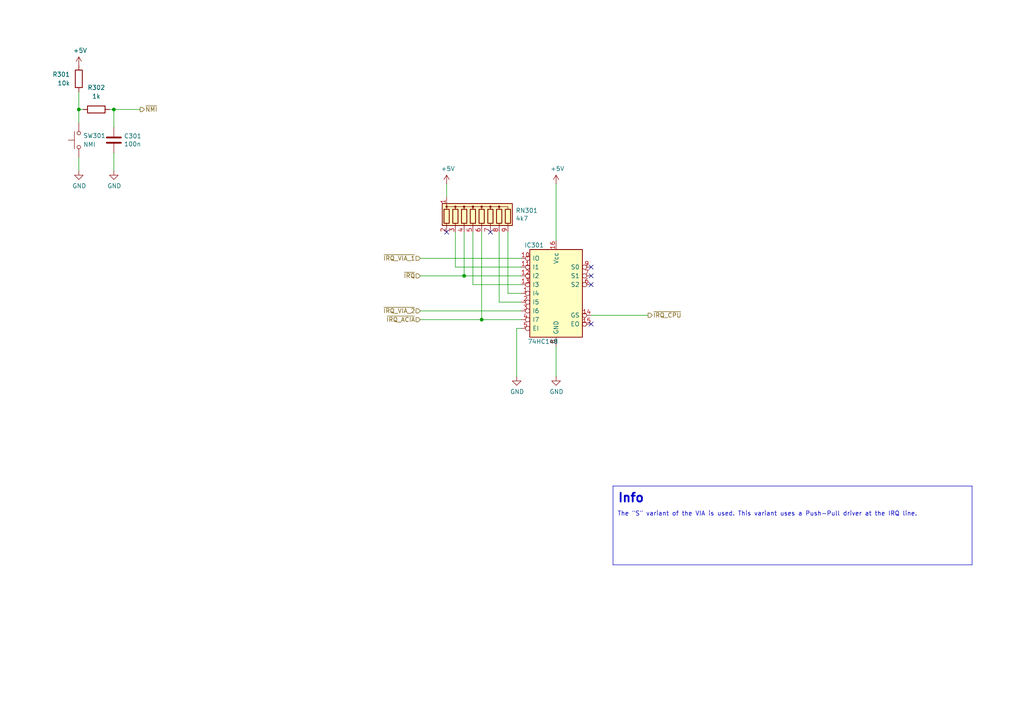
<source format=kicad_sch>
(kicad_sch (version 20231120) (generator "eeschema") (generator_version "8.0")
  (paper "A4")
  (title_block (title "Interrupt logic") (date "2024-10-12") (rev "1.1") (company "https://www.kampis-elektroecke.de") (comment 4 "Author: Ing. Daniel Kampert"))
  (lib_symbols
    (symbol "Device:C" (pin_numbers hide) (pin_names (offset 0.254))
      (property "Reference" "C" (at 0.635 2.54 0))
      (property "Value" "C" (at 0.635 -2.54 0))
      (symbol "C_0_1"
        (polyline (pts (xy -2.032 -0.762) (xy 2.032 -0.762)) (stroke (width 0.508)))
        (polyline (pts (xy -2.032 0.762) (xy 2.032 0.762)) (stroke (width 0.508)))
      )
      (symbol "C_1_1"
        (pin passive line (at 0 3.81 270) (length 2.794) (name "~") (number "1"))
        (pin passive line (at 0 -3.81 90) (length 2.794) (name "~") (number "2"))
      )
    )
    (symbol "Device:R" (pin_numbers hide) (pin_names (offset 0))
      (property "Reference" "R" (at 2.032 0 90))
      (property "Value" "R" (at 0 0 90))
      (symbol "R_0_1"
        (rectangle (start -1.016 -2.54) (end 1.016 2.54) (stroke (width 0.254)))
      )
      (symbol "R_1_1"
        (pin passive line (at 0 3.81 270) (length 1.27) (name "~") (number "1"))
        (pin passive line (at 0 -3.81 90) (length 1.27) (name "~") (number "2"))
      )
    )
    (symbol "Device:R_Network08" (pin_names (offset 0) hide)
      (property "Reference" "RN" (at -12.7 0 90))
      (property "Value" "R_Network08" (at 10.16 0 90))
      (symbol "R_Network08_0_1"
        (rectangle (start -11.43 -3.175) (end 8.89 3.175) (stroke (width 0.254)) (fill (type background)))
        (rectangle (start -10.922 1.524) (end -9.398 -2.54) (stroke (width 0.254)))
        (circle (center -10.16 2.286) (radius 0.254) (fill (type outline)))
        (rectangle (start -8.382 1.524) (end -6.858 -2.54) (stroke (width 0.254)))
        (circle (center -7.62 2.286) (radius 0.254) (fill (type outline)))
        (rectangle (start -5.842 1.524) (end -4.318 -2.54) (stroke (width 0.254)))
        (circle (center -5.08 2.286) (radius 0.254) (fill (type outline)))
        (rectangle (start -3.302 1.524) (end -1.778 -2.54) (stroke (width 0.254)))
        (circle (center -2.54 2.286) (radius 0.254) (fill (type outline)))
        (rectangle (start -0.762 1.524) (end 0.762 -2.54) (stroke (width 0.254)))
        (polyline (pts (xy -10.16 -2.54) (xy -10.16 -3.81)))
        (polyline (pts (xy -7.62 -2.54) (xy -7.62 -3.81)))
        (polyline (pts (xy -5.08 -2.54) (xy -5.08 -3.81)))
        (polyline (pts (xy -2.54 -2.54) (xy -2.54 -3.81)))
        (polyline (pts (xy 0 -2.54) (xy 0 -3.81)))
        (polyline (pts (xy 2.54 -2.54) (xy 2.54 -3.81)))
        (polyline (pts (xy 5.08 -2.54) (xy 5.08 -3.81)))
        (polyline (pts (xy 7.62 -2.54) (xy 7.62 -3.81)))
        (polyline (pts (xy -10.16 1.524) (xy -10.16 2.286) (xy -7.62 2.286) (xy -7.62 1.524)))
        (polyline (pts (xy -7.62 1.524) (xy -7.62 2.286) (xy -5.08 2.286) (xy -5.08 1.524)))
        (polyline (pts (xy -5.08 1.524) (xy -5.08 2.286) (xy -2.54 2.286) (xy -2.54 1.524)))
        (polyline (pts (xy -2.54 1.524) (xy -2.54 2.286) (xy 0 2.286) (xy 0 1.524)))
        (polyline (pts (xy 0 1.524) (xy 0 2.286) (xy 2.54 2.286) (xy 2.54 1.524)))
        (polyline (pts (xy 2.54 1.524) (xy 2.54 2.286) (xy 5.08 2.286) (xy 5.08 1.524)))
        (polyline (pts (xy 5.08 1.524) (xy 5.08 2.286) (xy 7.62 2.286) (xy 7.62 1.524)))
        (circle (center 0 2.286) (radius 0.254) (fill (type outline)))
        (rectangle (start 1.778 1.524) (end 3.302 -2.54) (stroke (width 0.254)))
        (circle (center 2.54 2.286) (radius 0.254) (fill (type outline)))
        (rectangle (start 4.318 1.524) (end 5.842 -2.54) (stroke (width 0.254)))
        (circle (center 5.08 2.286) (radius 0.254) (fill (type outline)))
        (rectangle (start 6.858 1.524) (end 8.382 -2.54) (stroke (width 0.254)))
      )
      (symbol "R_Network08_1_1"
        (pin passive line (at -10.16 5.08 270) (length 2.54) (name "common") (number "1"))
        (pin passive line (at -10.16 -5.08 90) (length 1.27) (name "R1") (number "2"))
        (pin passive line (at -7.62 -5.08 90) (length 1.27) (name "R2") (number "3"))
        (pin passive line (at -5.08 -5.08 90) (length 1.27) (name "R3") (number "4"))
        (pin passive line (at -2.54 -5.08 90) (length 1.27) (name "R4") (number "5"))
        (pin passive line (at 0 -5.08 90) (length 1.27) (name "R5") (number "6"))
        (pin passive line (at 2.54 -5.08 90) (length 1.27) (name "R6") (number "7"))
        (pin passive line (at 5.08 -5.08 90) (length 1.27) (name "R7") (number "8"))
        (pin passive line (at 7.62 -5.08 90) (length 1.27) (name "R8") (number "9"))
      )
    )
    (symbol "Logic:74HC148" (pin_names (offset 0.762))
      (property "Reference" "IC" (at -6.35 13.97 0))
      (property "Value" "74HC148" (at -3.81 -13.97 0))
      (symbol "74HC148_0_0"
        (rectangle (start -7.62 12.7) (end 7.62 -12.7) (stroke (width 0.254)) (fill (type background)))
        (pin power_in line (at 0 15.24 270) (length 2.54) (name "Vcc") (number "16"))
        (pin power_in line (at 0 -15.24 90) (length 2.54) (name "GND") (number "8"))
      )
      (symbol "74HC148_1_1"
        (pin input inverted (at -10.16 0 0) (length 2.54) (name "I4") (number "1"))
        (pin input inverted (at -10.16 10.16 0) (length 2.54) (name "IO") (number "10"))
        (pin input inverted (at -10.16 7.62 0) (length 2.54) (name "I1") (number "11"))
        (pin input inverted (at -10.16 5.08 0) (length 2.54) (name "I2") (number "12"))
        (pin input inverted (at -10.16 2.54 0) (length 2.54) (name "I3") (number "13"))
        (pin output inverted (at 10.16 -6.35 180) (length 2.54) (name "GS") (number "14"))
        (pin output inverted (at 10.16 -8.89 180) (length 2.54) (name "EO") (number "15"))
        (pin input inverted (at -10.16 -2.54 0) (length 2.54) (name "I5") (number "2"))
        (pin input inverted (at -10.16 -5.08 0) (length 2.54) (name "I6") (number "3"))
        (pin input inverted (at -10.16 -7.62 0) (length 2.54) (name "I7") (number "4"))
        (pin input inverted (at -10.16 -10.16 0) (length 2.54) (name "EI") (number "5"))
        (pin output inverted (at 10.16 2.54 180) (length 2.54) (name "S2") (number "6"))
        (pin output inverted (at 10.16 5.08 180) (length 2.54) (name "S1") (number "7"))
        (pin output inverted (at 10.16 7.62 180) (length 2.54) (name "S0") (number "9"))
      )
    )
    (symbol "Switch:SW_Push" (pin_numbers hide) (pin_names (offset 1.016) hide)
      (property "Reference" "SW" (at 1.27 2.54 0))
      (property "Value" "SW_Push" (at 0 -1.524 0))
      (symbol "SW_Push_0_1"
        (circle (center -2.032 0) (radius 0.508))
        (polyline (pts (xy 0 1.27) (xy 0 3.048)))
        (polyline (pts (xy 2.54 1.27) (xy -2.54 1.27)))
        (circle (center 2.032 0) (radius 0.508))
        (pin passive line (at -5.08 0 0) (length 2.54) (name "1") (number "1"))
        (pin passive line (at 5.08 0 180) (length 2.54) (name "2") (number "2"))
      )
    )
    (symbol "power:+5V" (power) (pin_numbers hide) (pin_names (offset 0) hide)
      (property "Value" "+5V" (at 0 3.556 0))
      (symbol "+5V_0_1"
        (polyline (pts (xy -0.762 1.27) (xy 0 2.54)))
        (polyline (pts (xy 0 0) (xy 0 2.54)))
        (polyline (pts (xy 0 2.54) (xy 0.762 1.27)))
      )
      (symbol "+5V_1_1"
        (pin power_in line (at 0 0 90) (length 0) (name "~") (number "1"))
      )
    )
    (symbol "power:GND" (power) (pin_numbers hide) (pin_names (offset 0) hide)
      (property "Value" "GND" (at 0 -3.81 0))
      (symbol "GND_0_1"
        (polyline (pts (xy 0 0) (xy 0 -1.27) (xy 1.27 -1.27) (xy 0 -2.54) (xy -1.27 -1.27) (xy 0 -1.27)))
      )
      (symbol "GND_1_1"
        (pin power_in line (at 0 0 270) (length 0) (name "~") (number "1"))
      )
    )
  )
  (junction (at 134.62 80.01))
  (junction (at 139.7 92.71))
  (junction (at 22.86 31.75))
  (junction (at 33.02 31.75))
  (no_connect (at 171.45 93.98))
  (no_connect (at 142.24 67.31))
  (no_connect (at 171.45 80.01))
  (no_connect (at 171.45 82.55))
  (no_connect (at 129.54 67.31))
  (no_connect (at 171.45 77.47))
  (wire (pts (xy 22.86 31.75) (xy 24.13 31.75)))
  (wire (pts (xy 132.08 67.31) (xy 132.08 77.47)))
  (wire (pts (xy 33.02 31.75) (xy 40.64 31.75)))
  (wire (pts (xy 22.86 31.75) (xy 22.86 35.56)))
  (wire (pts (xy 149.86 95.25) (xy 149.86 109.22)))
  (wire (pts (xy 139.7 92.71) (xy 121.92 92.71)))
  (polyline (pts (xy 281.94 140.97) (xy 177.8 140.97)))
  (wire (pts (xy 139.7 92.71) (xy 151.13 92.71)))
  (wire (pts (xy 137.16 67.31) (xy 137.16 82.55)))
  (wire (pts (xy 132.08 77.47) (xy 151.13 77.47)))
  (wire (pts (xy 151.13 95.25) (xy 149.86 95.25)))
  (wire (pts (xy 121.92 80.01) (xy 134.62 80.01)))
  (wire (pts (xy 129.54 53.34) (xy 129.54 57.15)))
  (wire (pts (xy 33.02 31.75) (xy 33.02 36.83)))
  (wire (pts (xy 121.92 74.93) (xy 151.13 74.93)))
  (polyline (pts (xy 177.8 163.83) (xy 281.94 163.83)))
  (wire (pts (xy 171.45 91.44) (xy 187.96 91.44)))
  (polyline (pts (xy 281.94 163.83) (xy 281.94 140.97)))
  (wire (pts (xy 147.32 85.09) (xy 147.32 67.31)))
  (wire (pts (xy 144.78 87.63) (xy 151.13 87.63)))
  (polyline (pts (xy 177.8 140.97) (xy 177.8 163.83)))
  (wire (pts (xy 139.7 67.31) (xy 139.7 92.71)))
  (wire (pts (xy 33.02 44.45) (xy 33.02 49.53)))
  (wire (pts (xy 22.86 26.67) (xy 22.86 31.75)))
  (wire (pts (xy 134.62 80.01) (xy 151.13 80.01)))
  (wire (pts (xy 22.86 45.72) (xy 22.86 49.53)))
  (wire (pts (xy 147.32 85.09) (xy 151.13 85.09)))
  (wire (pts (xy 31.75 31.75) (xy 33.02 31.75)))
  (wire (pts (xy 121.92 90.17) (xy 151.13 90.17)))
  (wire (pts (xy 144.78 87.63) (xy 144.78 67.31)))
  (wire (pts (xy 161.29 109.22) (xy 161.29 100.33)))
  (wire (pts (xy 151.13 82.55) (xy 137.16 82.55)))
  (wire (pts (xy 134.62 67.31) (xy 134.62 80.01)))
  (wire (pts (xy 161.29 53.34) (xy 161.29 69.85)))
  (text "Info" (at 179.07 146.05 0) (effects (font (size 2.54 2.54) (thickness 0.508) (bold yes)) (justify left bottom)))
  (text "The \"S\" variant of the VIA is used. This variant uses a Push-Pull driver at the IRQ line." (at 179.07 149.86 0) (effects (font (size 1.27 1.27)) (justify left bottom)))
  (hierarchical_label "~{NMI}" (shape output) (at 40.64 31.75 0))
  (hierarchical_label "~{IRQ_VIA_2}" (shape input) (at 121.92 90.17 180))
  (hierarchical_label "~{IRQ_CPU}" (shape output) (at 187.96 91.44 0))
  (hierarchical_label "~{IRQ_VIA_1}" (shape input) (at 121.92 74.93 180))
  (hierarchical_label "~{IRQ_ACIA}" (shape input) (at 121.92 92.71 180))
  (hierarchical_label "~{IRQ}" (shape input) (at 121.92 80.01 180))
  (symbol (lib_id "Device:R") (at 22.86 22.86 0) (unit 1)
    (property "Reference" "R301" (at 20.32 21.5899 0) (effects (justify right)))
    (property "Value" "10k" (at 20.32 24.1299 0) (effects (justify right)))
    (property "Footprint" "Resistor_THT:R_Axial_DIN0207_L6.3mm_D2.5mm_P7.62mm_Horizontal" (effects (hide yes)))
    (property "Description" "Resistor" (effects (hide yes)))
    (property "Mfr." "Yageo" (effects (hide yes)))
    (property "Mfr. No." "MFP-25BRD52-10K" (effects (hide yes)))
    (property "Mouser" "603-MFP-25BRD52-10K" (effects (hide yes)))
    (property "Distributor" "Mouser" (effects (hide yes)))
    (property "Order Number" "603-MFP-25BRD52-10K" (effects (hide yes)))
  )
  (symbol (lib_id "Switch:SW_Push") (at 22.86 40.64 90) (unit 1)
    (property "Reference" "SW301" (at 24.13 39.3699 90) (effects (justify right)))
    (property "Value" "NMI" (at 24.13 41.9099 90) (effects (justify right)))
    (property "Footprint" "Button_Switch_THT:SW_PUSH_6mm_H4.3mm" (effects (hide yes)))
    (property "Description" "Push button switch, generic, two pins" (effects (hide yes)))
    (property "Mfr." "TE Connectivity / Alcoswitch" (effects (hide yes)))
    (property "Mfr. No." "2-1825910-7" (effects (hide yes)))
    (property "Mouser" "506-2-1825910-7" (effects (hide yes)))
    (property "Distributor" "Mouser" (effects (hide yes)))
    (property "Order Number" "506-2-1825910-7" (effects (hide yes)))
  )
  (symbol (lib_id "power:+5V") (at 22.86 19.05 0) (unit 1)
    (property "Reference" "#PWR0301" (effects (hide yes)))
    (property "Value" "+5V" (at 23.241 14.6558 0))
    (property "Description" "Power symbol creates a global label with name \"+5V\"" (effects (hide yes)))
  )
  (symbol (lib_id "power:GND") (at 22.86 49.53 0) (unit 1)
    (property "Reference" "#PWR0302" (effects (hide yes)))
    (property "Value" "GND" (at 22.987 53.9242 0))
    (property "Description" "Power symbol creates a global label with name \"GND\" , ground" (effects (hide yes)))
  )
  (symbol (lib_id "Device:C") (at 33.02 40.64 0) (unit 1)
    (property "Reference" "C301" (at 35.941 39.4716 0) (effects (justify left)))
    (property "Value" "100n" (at 35.941 41.783 0) (effects (justify left)))
    (property "Footprint" "Capacitor_THT:C_Rect_L4.0mm_W2.5mm_P2.50mm" (effects (hide yes)))
    (property "Description" "Unpolarized capacitor" (effects (hide yes)))
    (property "Mfr." "TDK" (effects (hide yes)))
    (property "Mfr. No." "FA18X8R1H104KRU06" (effects (hide yes)))
    (property "Mouser" "810-FA18X8R1H104KRU6" (effects (hide yes)))
    (property "Distributor" "Mouser" (effects (hide yes)))
    (property "Order Number" "810-FA18X8R1H104KRU6" (effects (hide yes)))
  )
  (symbol (lib_id "power:GND") (at 33.02 49.53 0) (unit 1)
    (property "Reference" "#PWR0303" (effects (hide yes)))
    (property "Value" "GND" (at 33.147 53.9242 0))
    (property "Description" "Power symbol creates a global label with name \"GND\" , ground" (effects (hide yes)))
  )
  (symbol (lib_id "power:+5V") (at 161.29 53.34 0) (unit 1)
    (property "Reference" "#PWR0306" (effects (hide yes)))
    (property "Value" "+5V" (at 161.671 48.9458 0))
    (property "Description" "Power symbol creates a global label with name \"+5V\"" (effects (hide yes)))
  )
  (symbol (lib_id "power:GND") (at 161.29 109.22 0) (unit 1)
    (property "Reference" "#PWR0307" (effects (hide yes)))
    (property "Value" "GND" (at 161.417 113.6142 0))
    (property "Description" "Power symbol creates a global label with name \"GND\" , ground" (effects (hide yes)))
  )
  (symbol (lib_id "power:GND") (at 149.86 109.22 0) (unit 1)
    (property "Reference" "#PWR0305" (effects (hide yes)))
    (property "Value" "GND" (at 149.987 113.6142 0))
    (property "Description" "Power symbol creates a global label with name \"GND\" , ground" (effects (hide yes)))
  )
  (symbol (lib_id "Device:R_Network08") (at 139.7 62.23 0) (unit 1)
    (property "Reference" "RN301" (at 149.5552 61.0616 0) (effects (justify left)))
    (property "Value" "4k7" (at 149.5552 63.373 0) (effects (justify left)))
    (property "Footprint" "Resistor_THT:R_Array_SIP9" (effects (hide yes)))
    (property "Datasheet" "http://www.vishay.com/docs/31509/csc.pdf" (effects (hide yes)))
    (property "Description" "8 resistor network, star topology, bussed resistors, small symbol" (effects (hide yes)))
    (property "Mfr." "Bourns" (effects (hide yes)))
    (property "Mfr. No." "4609M-101-472LF" (effects (hide yes)))
    (property "Mouser" "652-4609M-1LF-4.7K " (effects (hide yes)))
    (property "Distributor" "Mouser" (effects (hide yes)))
    (property "Order Number" "652-4609M-1LF-4.7K " (effects (hide yes)))
  )
  (symbol (lib_id "power:+5V") (at 129.54 53.34 0) (unit 1)
    (property "Reference" "#PWR0304" (effects (hide yes)))
    (property "Value" "+5V" (at 129.921 48.9458 0))
    (property "Description" "Power symbol creates a global label with name \"+5V\"" (effects (hide yes)))
  )
  (symbol (lib_id "Logic:74HC148") (at 161.29 85.09 0) (unit 1)
    (property "Reference" "IC301" (at 154.94 71.12 0))
    (property "Value" "74HC148" (at 157.48 99.06 0))
    (property "Footprint" "Package_DIP:DIP-16_W7.62mm_LongPads" (effects (hide yes)))
    (property "Datasheet" "https://www.ti.com/lit/ds/symlink/sn74hc148.pdf" (effects (hide yes)))
    (property "Mfr." "Texas Instruments" (effects (hide yes)))
    (property "Mfr. No." "SN74HC148N" (effects (hide yes)))
    (property "Mouser" "595-SN74HC148N" (effects (hide yes)))
    (property "Distributor" "Mouser" (effects (hide yes)))
    (property "Order Number" "595-SN74HC148N" (effects (hide yes)))
  )
  (symbol (lib_id "Device:R") (at 27.94 31.75 270) (unit 1)
    (property "Reference" "R302" (at 27.94 25.4 90))
    (property "Value" "1k" (at 27.94 27.94 90))
    (property "Footprint" "Resistor_THT:R_Axial_DIN0207_L6.3mm_D2.5mm_P7.62mm_Horizontal" (effects (hide yes)))
    (property "Description" "Resistor" (effects (hide yes)))
    (property "Mfr." "Yageo" (effects (hide yes)))
    (property "Mfr. No." "MFP-25BRD52-1K" (effects (hide yes)))
    (property "Mouser" "603-MFP-25BRD52-1K" (effects (hide yes)))
    (property "Distributor" "Mouser" (effects (hide yes)))
    (property "Order Number" "603-MFP-25BRD52-1K" (effects (hide yes)))
  )
)
</source>
